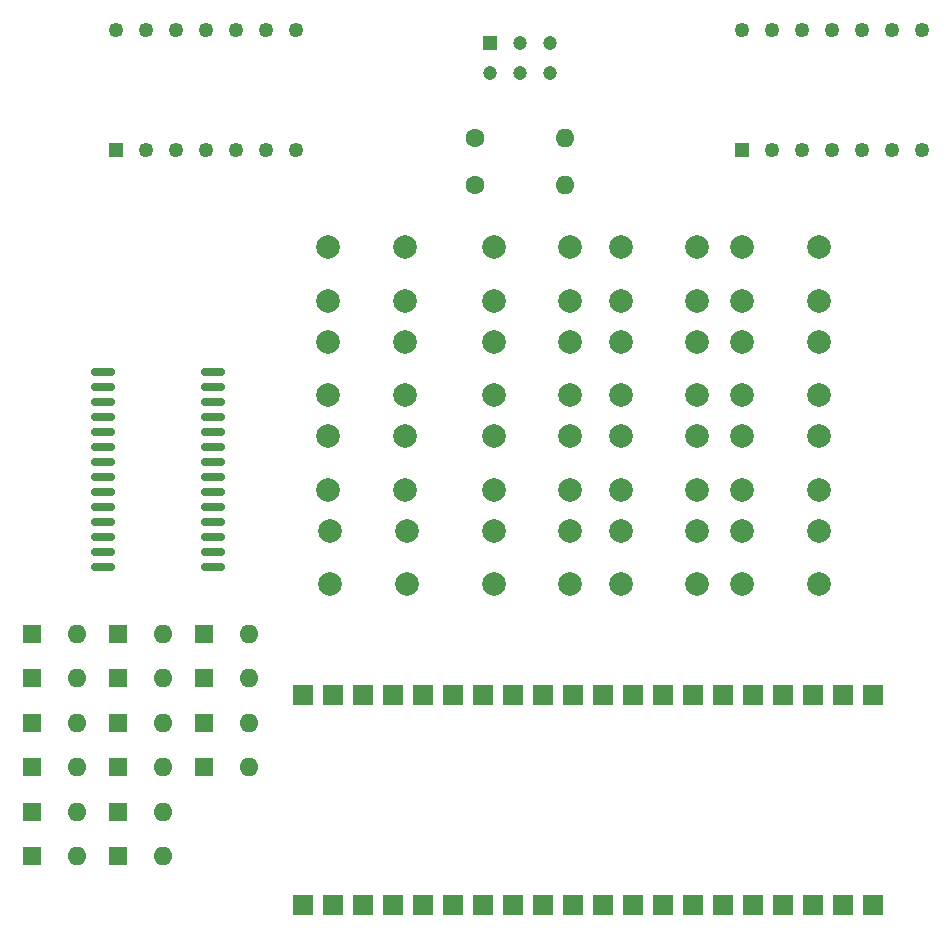
<source format=gbr>
%TF.GenerationSoftware,KiCad,Pcbnew,8.0.8*%
%TF.CreationDate,2025-05-29T15:04:49-04:00*%
%TF.ProjectId,meowwww x3,6d656f77-7777-4772-9078-332e6b696361,rev?*%
%TF.SameCoordinates,Original*%
%TF.FileFunction,Soldermask,Top*%
%TF.FilePolarity,Negative*%
%FSLAX46Y46*%
G04 Gerber Fmt 4.6, Leading zero omitted, Abs format (unit mm)*
G04 Created by KiCad (PCBNEW 8.0.8) date 2025-05-29 15:04:49*
%MOMM*%
%LPD*%
G01*
G04 APERTURE LIST*
G04 Aperture macros list*
%AMRoundRect*
0 Rectangle with rounded corners*
0 $1 Rounding radius*
0 $2 $3 $4 $5 $6 $7 $8 $9 X,Y pos of 4 corners*
0 Add a 4 corners polygon primitive as box body*
4,1,4,$2,$3,$4,$5,$6,$7,$8,$9,$2,$3,0*
0 Add four circle primitives for the rounded corners*
1,1,$1+$1,$2,$3*
1,1,$1+$1,$4,$5*
1,1,$1+$1,$6,$7*
1,1,$1+$1,$8,$9*
0 Add four rect primitives between the rounded corners*
20,1,$1+$1,$2,$3,$4,$5,0*
20,1,$1+$1,$4,$5,$6,$7,0*
20,1,$1+$1,$6,$7,$8,$9,0*
20,1,$1+$1,$8,$9,$2,$3,0*%
G04 Aperture macros list end*
%ADD10RoundRect,0.102000X-0.754000X0.754000X-0.754000X-0.754000X0.754000X-0.754000X0.754000X0.754000X0*%
%ADD11RoundRect,0.150000X-0.875000X-0.150000X0.875000X-0.150000X0.875000X0.150000X-0.875000X0.150000X0*%
%ADD12C,2.000000*%
%ADD13R,1.200000X1.200000*%
%ADD14C,1.200000*%
%ADD15C,1.600000*%
%ADD16O,1.600000X1.600000*%
%ADD17RoundRect,0.102000X-0.525000X-0.525000X0.525000X-0.525000X0.525000X0.525000X-0.525000X0.525000X0*%
%ADD18C,1.254000*%
%ADD19R,1.600000X1.600000*%
G04 APERTURE END LIST*
D10*
%TO.C,U4*%
X129360000Y-80110000D03*
X126820000Y-80110000D03*
X124280000Y-80110000D03*
X121740000Y-80110000D03*
X119200000Y-80110000D03*
X116660000Y-80110000D03*
X114120000Y-80110000D03*
X111580000Y-80110000D03*
X109040000Y-80110000D03*
X106500000Y-80110000D03*
X103960000Y-80110000D03*
X101420000Y-80110000D03*
X98880000Y-80110000D03*
X96340000Y-80110000D03*
X93800000Y-80110000D03*
X91260000Y-80110000D03*
X88720000Y-80110000D03*
X86180000Y-80110000D03*
X83640000Y-80110000D03*
X81100000Y-80110000D03*
X129360000Y-97890000D03*
X126820000Y-97890000D03*
X124280000Y-97890000D03*
X121740000Y-97890000D03*
X119200000Y-97890000D03*
X116660000Y-97890000D03*
X114120000Y-97890000D03*
X111580000Y-97890000D03*
X109040000Y-97890000D03*
X106500000Y-97890000D03*
X103960000Y-97890000D03*
X101420000Y-97890000D03*
X98880000Y-97890000D03*
X96340000Y-97890000D03*
X93800000Y-97890000D03*
X91260000Y-97890000D03*
X88720000Y-97890000D03*
X86180000Y-97890000D03*
X83640000Y-97890000D03*
X81100000Y-97890000D03*
%TD*%
D11*
%TO.C,U1*%
X64200000Y-52760000D03*
X64200000Y-54030000D03*
X64200000Y-55300000D03*
X64200000Y-56570000D03*
X64200000Y-57840000D03*
X64200000Y-59110000D03*
X64200000Y-60380000D03*
X64200000Y-61650000D03*
X64200000Y-62920000D03*
X64200000Y-64190000D03*
X64200000Y-65460000D03*
X64200000Y-66730000D03*
X64200000Y-68000000D03*
X64200000Y-69270000D03*
X73500000Y-69270000D03*
X73500000Y-68000000D03*
X73500000Y-66730000D03*
X73500000Y-65460000D03*
X73500000Y-64190000D03*
X73500000Y-62920000D03*
X73500000Y-61650000D03*
X73500000Y-60380000D03*
X73500000Y-59110000D03*
X73500000Y-57840000D03*
X73500000Y-56570000D03*
X73500000Y-55300000D03*
X73500000Y-54030000D03*
X73500000Y-52760000D03*
%TD*%
D12*
%TO.C,SW17*%
X118250000Y-66250000D03*
X124750000Y-66250000D03*
X118250000Y-70750000D03*
X124750000Y-70750000D03*
%TD*%
%TO.C,SW16*%
X118250000Y-58250000D03*
X124750000Y-58250000D03*
X118250000Y-62750000D03*
X124750000Y-62750000D03*
%TD*%
%TO.C,SW15*%
X118250000Y-50250000D03*
X124750000Y-50250000D03*
X118250000Y-54750000D03*
X124750000Y-54750000D03*
%TD*%
%TO.C,SW14*%
X118250000Y-42250000D03*
X124750000Y-42250000D03*
X118250000Y-46750000D03*
X124750000Y-46750000D03*
%TD*%
%TO.C,SW13*%
X108000000Y-66250000D03*
X114500000Y-66250000D03*
X108000000Y-70750000D03*
X114500000Y-70750000D03*
%TD*%
%TO.C,SW12*%
X108000000Y-58250000D03*
X114500000Y-58250000D03*
X108000000Y-62750000D03*
X114500000Y-62750000D03*
%TD*%
%TO.C,SW11*%
X108000000Y-50250000D03*
X114500000Y-50250000D03*
X108000000Y-54750000D03*
X114500000Y-54750000D03*
%TD*%
%TO.C,SW10*%
X108000000Y-42250000D03*
X114500000Y-42250000D03*
X108000000Y-46750000D03*
X114500000Y-46750000D03*
%TD*%
%TO.C,SW9*%
X97250000Y-66250000D03*
X103750000Y-66250000D03*
X97250000Y-70750000D03*
X103750000Y-70750000D03*
%TD*%
%TO.C,SW8*%
X97250000Y-58250000D03*
X103750000Y-58250000D03*
X97250000Y-62750000D03*
X103750000Y-62750000D03*
%TD*%
%TO.C,SW7*%
X97250000Y-50250000D03*
X103750000Y-50250000D03*
X97250000Y-54750000D03*
X103750000Y-54750000D03*
%TD*%
%TO.C,SW6*%
X97250000Y-42250000D03*
X103750000Y-42250000D03*
X97250000Y-46750000D03*
X103750000Y-46750000D03*
%TD*%
%TO.C,SW5*%
X83380000Y-66250000D03*
X89880000Y-66250000D03*
X83380000Y-70750000D03*
X89880000Y-70750000D03*
%TD*%
%TO.C,SW4*%
X83250000Y-58250000D03*
X89750000Y-58250000D03*
X83250000Y-62750000D03*
X89750000Y-62750000D03*
%TD*%
%TO.C,SW3*%
X83250000Y-50250000D03*
X89750000Y-50250000D03*
X83250000Y-54750000D03*
X89750000Y-54750000D03*
%TD*%
%TO.C,SW2*%
X83250000Y-42250000D03*
X89750000Y-42250000D03*
X83250000Y-46750000D03*
X89750000Y-46750000D03*
%TD*%
D13*
%TO.C,SW1*%
X96920000Y-24960000D03*
D14*
X99460000Y-24960000D03*
X102000000Y-24960000D03*
X96920000Y-27500000D03*
X99460000Y-27500000D03*
X102000000Y-27500000D03*
%TD*%
D15*
%TO.C,R2*%
X95690000Y-37000000D03*
D16*
X103310000Y-37000000D03*
%TD*%
D15*
%TO.C,R1*%
X95690000Y-32950000D03*
D16*
X103310000Y-32950000D03*
%TD*%
D17*
%TO.C,DS2*%
X118260000Y-34000000D03*
D18*
X120800000Y-34000000D03*
X123340000Y-34000000D03*
X125880000Y-34000000D03*
X128420000Y-34000000D03*
X130960000Y-34000000D03*
X133500000Y-23840000D03*
X130960000Y-23840000D03*
X128420000Y-23840000D03*
X125880000Y-23840000D03*
X123340000Y-23840000D03*
X120800000Y-23840000D03*
X118260000Y-23840000D03*
X133500000Y-34000000D03*
%TD*%
D17*
%TO.C,DS1*%
X65260000Y-34000000D03*
D18*
X67800000Y-34000000D03*
X70340000Y-34000000D03*
X72880000Y-34000000D03*
X75420000Y-34000000D03*
X77960000Y-34000000D03*
X80500000Y-23840000D03*
X77960000Y-23840000D03*
X75420000Y-23840000D03*
X72880000Y-23840000D03*
X70340000Y-23840000D03*
X67800000Y-23840000D03*
X65260000Y-23840000D03*
X80500000Y-34000000D03*
%TD*%
D19*
%TO.C,D16*%
X72710700Y-86272700D03*
D16*
X76520700Y-86272700D03*
%TD*%
D19*
%TO.C,D15*%
X72710700Y-82500000D03*
D16*
X76520700Y-82500000D03*
%TD*%
D19*
%TO.C,D14*%
X72710700Y-78727300D03*
D16*
X76520700Y-78727300D03*
%TD*%
D19*
%TO.C,D13*%
X72710700Y-74954500D03*
D16*
X76520700Y-74954500D03*
%TD*%
D19*
%TO.C,D12*%
X65439300Y-93818200D03*
D16*
X69249300Y-93818200D03*
%TD*%
D19*
%TO.C,D11*%
X65439300Y-90045500D03*
D16*
X69249300Y-90045500D03*
%TD*%
D19*
%TO.C,D10*%
X65439300Y-86272700D03*
D16*
X69249300Y-86272700D03*
%TD*%
D19*
%TO.C,D9*%
X65439300Y-82500000D03*
D16*
X69249300Y-82500000D03*
%TD*%
D19*
%TO.C,D8*%
X65439300Y-78727300D03*
D16*
X69249300Y-78727300D03*
%TD*%
D19*
%TO.C,D7*%
X65439300Y-74954500D03*
D16*
X69249300Y-74954500D03*
%TD*%
D19*
%TO.C,D6*%
X58167900Y-93818200D03*
D16*
X61977900Y-93818200D03*
%TD*%
D19*
%TO.C,D5*%
X58167900Y-90045500D03*
D16*
X61977900Y-90045500D03*
%TD*%
D19*
%TO.C,D4*%
X58167900Y-86272700D03*
D16*
X61977900Y-86272700D03*
%TD*%
D19*
%TO.C,D3*%
X58167900Y-82500000D03*
D16*
X61977900Y-82500000D03*
%TD*%
D19*
%TO.C,D2*%
X58167900Y-78727300D03*
D16*
X61977900Y-78727300D03*
%TD*%
D19*
%TO.C,D1*%
X58167900Y-74954500D03*
D16*
X61977900Y-74954500D03*
%TD*%
M02*

</source>
